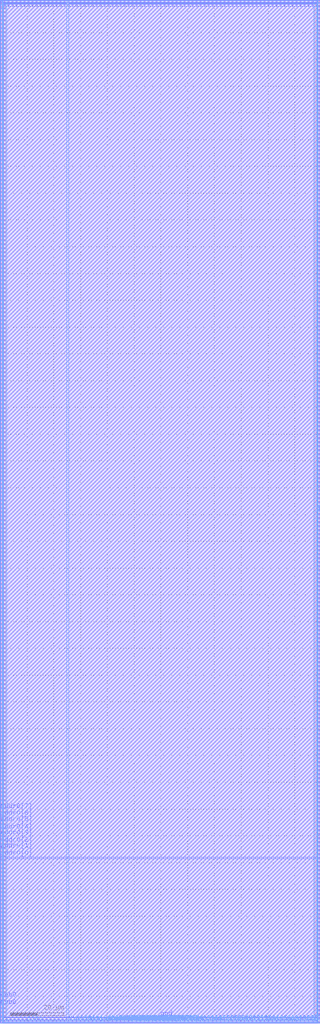
<source format=lef>
VERSION 5.4 ;
NAMESCASESENSITIVE ON ;
BUSBITCHARS "[]" ;
DIVIDERCHAR "/" ;
UNITS
  DATABASE MICRONS 2000 ;
END UNITS
MACRO sram_32b_256_1rw_freepdk45
   CLASS BLOCK ;
   SIZE 119.51 BY 381.98 ;
   SYMMETRY X Y R90 ;
   PIN din0[0]
      DIRECTION INPUT ;
      PORT
         LAYER metal4 ;
         RECT  25.1225 0.0 25.2625 0.14 ;
      END
   END din0[0]
   PIN din0[1]
      DIRECTION INPUT ;
      PORT
         LAYER metal4 ;
         RECT  27.9825 0.0 28.1225 0.14 ;
      END
   END din0[1]
   PIN din0[2]
      DIRECTION INPUT ;
      PORT
         LAYER metal4 ;
         RECT  30.8425 0.0 30.9825 0.14 ;
      END
   END din0[2]
   PIN din0[3]
      DIRECTION INPUT ;
      PORT
         LAYER metal4 ;
         RECT  33.7025 0.0 33.8425 0.14 ;
      END
   END din0[3]
   PIN din0[4]
      DIRECTION INPUT ;
      PORT
         LAYER metal4 ;
         RECT  36.5625 0.0 36.7025 0.14 ;
      END
   END din0[4]
   PIN din0[5]
      DIRECTION INPUT ;
      PORT
         LAYER metal4 ;
         RECT  39.4225 0.0 39.5625 0.14 ;
      END
   END din0[5]
   PIN din0[6]
      DIRECTION INPUT ;
      PORT
         LAYER metal4 ;
         RECT  42.2825 0.0 42.4225 0.14 ;
      END
   END din0[6]
   PIN din0[7]
      DIRECTION INPUT ;
      PORT
         LAYER metal4 ;
         RECT  45.1425 0.0 45.2825 0.14 ;
      END
   END din0[7]
   PIN din0[8]
      DIRECTION INPUT ;
      PORT
         LAYER metal4 ;
         RECT  48.0025 0.0 48.1425 0.14 ;
      END
   END din0[8]
   PIN din0[9]
      DIRECTION INPUT ;
      PORT
         LAYER metal4 ;
         RECT  50.8625 0.0 51.0025 0.14 ;
      END
   END din0[9]
   PIN din0[10]
      DIRECTION INPUT ;
      PORT
         LAYER metal4 ;
         RECT  53.7225 0.0 53.8625 0.14 ;
      END
   END din0[10]
   PIN din0[11]
      DIRECTION INPUT ;
      PORT
         LAYER metal4 ;
         RECT  56.5825 0.0 56.7225 0.14 ;
      END
   END din0[11]
   PIN din0[12]
      DIRECTION INPUT ;
      PORT
         LAYER metal4 ;
         RECT  59.4425 0.0 59.5825 0.14 ;
      END
   END din0[12]
   PIN din0[13]
      DIRECTION INPUT ;
      PORT
         LAYER metal4 ;
         RECT  62.3025 0.0 62.4425 0.14 ;
      END
   END din0[13]
   PIN din0[14]
      DIRECTION INPUT ;
      PORT
         LAYER metal4 ;
         RECT  65.1625 0.0 65.3025 0.14 ;
      END
   END din0[14]
   PIN din0[15]
      DIRECTION INPUT ;
      PORT
         LAYER metal4 ;
         RECT  68.0225 0.0 68.1625 0.14 ;
      END
   END din0[15]
   PIN din0[16]
      DIRECTION INPUT ;
      PORT
         LAYER metal4 ;
         RECT  70.8825 0.0 71.0225 0.14 ;
      END
   END din0[16]
   PIN din0[17]
      DIRECTION INPUT ;
      PORT
         LAYER metal4 ;
         RECT  73.7425 0.0 73.8825 0.14 ;
      END
   END din0[17]
   PIN din0[18]
      DIRECTION INPUT ;
      PORT
         LAYER metal4 ;
         RECT  76.6025 0.0 76.7425 0.14 ;
      END
   END din0[18]
   PIN din0[19]
      DIRECTION INPUT ;
      PORT
         LAYER metal4 ;
         RECT  79.4625 0.0 79.6025 0.14 ;
      END
   END din0[19]
   PIN din0[20]
      DIRECTION INPUT ;
      PORT
         LAYER metal4 ;
         RECT  82.3225 0.0 82.4625 0.14 ;
      END
   END din0[20]
   PIN din0[21]
      DIRECTION INPUT ;
      PORT
         LAYER metal4 ;
         RECT  85.1825 0.0 85.3225 0.14 ;
      END
   END din0[21]
   PIN din0[22]
      DIRECTION INPUT ;
      PORT
         LAYER metal4 ;
         RECT  88.0425 0.0 88.1825 0.14 ;
      END
   END din0[22]
   PIN din0[23]
      DIRECTION INPUT ;
      PORT
         LAYER metal4 ;
         RECT  90.9025 0.0 91.0425 0.14 ;
      END
   END din0[23]
   PIN din0[24]
      DIRECTION INPUT ;
      PORT
         LAYER metal4 ;
         RECT  93.7625 0.0 93.9025 0.14 ;
      END
   END din0[24]
   PIN din0[25]
      DIRECTION INPUT ;
      PORT
         LAYER metal4 ;
         RECT  96.6225 0.0 96.7625 0.14 ;
      END
   END din0[25]
   PIN din0[26]
      DIRECTION INPUT ;
      PORT
         LAYER metal4 ;
         RECT  99.4825 0.0 99.6225 0.14 ;
      END
   END din0[26]
   PIN din0[27]
      DIRECTION INPUT ;
      PORT
         LAYER metal4 ;
         RECT  102.3425 0.0 102.4825 0.14 ;
      END
   END din0[27]
   PIN din0[28]
      DIRECTION INPUT ;
      PORT
         LAYER metal4 ;
         RECT  105.2025 0.0 105.3425 0.14 ;
      END
   END din0[28]
   PIN din0[29]
      DIRECTION INPUT ;
      PORT
         LAYER metal4 ;
         RECT  108.0625 0.0 108.2025 0.14 ;
      END
   END din0[29]
   PIN din0[30]
      DIRECTION INPUT ;
      PORT
         LAYER metal4 ;
         RECT  110.9225 0.0 111.0625 0.14 ;
      END
   END din0[30]
   PIN din0[31]
      DIRECTION INPUT ;
      PORT
         LAYER metal4 ;
         RECT  113.7825 0.0 113.9225 0.14 ;
      END
   END din0[31]
   PIN addr0[0]
      DIRECTION INPUT ;
      PORT
         LAYER metal3 ;
         RECT  0.0 61.625 0.14 61.765 ;
      END
   END addr0[0]
   PIN addr0[1]
      DIRECTION INPUT ;
      PORT
         LAYER metal3 ;
         RECT  0.0 64.355 0.14 64.495 ;
      END
   END addr0[1]
   PIN addr0[2]
      DIRECTION INPUT ;
      PORT
         LAYER metal3 ;
         RECT  0.0 66.565 0.14 66.705 ;
      END
   END addr0[2]
   PIN addr0[3]
      DIRECTION INPUT ;
      PORT
         LAYER metal3 ;
         RECT  0.0 69.295 0.14 69.435 ;
      END
   END addr0[3]
   PIN addr0[4]
      DIRECTION INPUT ;
      PORT
         LAYER metal3 ;
         RECT  0.0 71.505 0.14 71.645 ;
      END
   END addr0[4]
   PIN addr0[5]
      DIRECTION INPUT ;
      PORT
         LAYER metal3 ;
         RECT  0.0 74.235 0.14 74.375 ;
      END
   END addr0[5]
   PIN addr0[6]
      DIRECTION INPUT ;
      PORT
         LAYER metal3 ;
         RECT  0.0 76.445 0.14 76.585 ;
      END
   END addr0[6]
   PIN addr0[7]
      DIRECTION INPUT ;
      PORT
         LAYER metal3 ;
         RECT  0.0 79.175 0.14 79.315 ;
      END
   END addr0[7]
   PIN csb0
      DIRECTION INPUT ;
      PORT
         LAYER metal3 ;
         RECT  0.0 5.985 0.14 6.125 ;
      END
   END csb0
   PIN web0
      DIRECTION INPUT ;
      PORT
         LAYER metal3 ;
         RECT  0.0 8.715 0.14 8.855 ;
      END
   END web0
   PIN clk0
      DIRECTION INPUT ;
      PORT
         LAYER metal4 ;
         RECT  9.84 0.0 9.98 0.14 ;
      END
   END clk0
   PIN dout0[0]
      DIRECTION OUTPUT ;
      PORT
         LAYER metal4 ;
         RECT  39.8475 0.0 39.9875 0.14 ;
      END
   END dout0[0]
   PIN dout0[1]
      DIRECTION OUTPUT ;
      PORT
         LAYER metal4 ;
         RECT  40.5525 0.0 40.6925 0.14 ;
      END
   END dout0[1]
   PIN dout0[2]
      DIRECTION OUTPUT ;
      PORT
         LAYER metal4 ;
         RECT  41.2575 0.0 41.3975 0.14 ;
      END
   END dout0[2]
   PIN dout0[3]
      DIRECTION OUTPUT ;
      PORT
         LAYER metal4 ;
         RECT  42.5675 0.0 42.7075 0.14 ;
      END
   END dout0[3]
   PIN dout0[4]
      DIRECTION OUTPUT ;
      PORT
         LAYER metal4 ;
         RECT  43.24 0.0 43.38 0.14 ;
      END
   END dout0[4]
   PIN dout0[5]
      DIRECTION OUTPUT ;
      PORT
         LAYER metal4 ;
         RECT  43.945 0.0 44.085 0.14 ;
      END
   END dout0[5]
   PIN dout0[6]
      DIRECTION OUTPUT ;
      PORT
         LAYER metal4 ;
         RECT  44.23 0.0 44.37 0.14 ;
      END
   END dout0[6]
   PIN dout0[7]
      DIRECTION OUTPUT ;
      PORT
         LAYER metal4 ;
         RECT  45.4275 0.0 45.5675 0.14 ;
      END
   END dout0[7]
   PIN dout0[8]
      DIRECTION OUTPUT ;
      PORT
         LAYER metal4 ;
         RECT  46.06 0.0 46.2 0.14 ;
      END
   END dout0[8]
   PIN dout0[9]
      DIRECTION OUTPUT ;
      PORT
         LAYER metal4 ;
         RECT  46.765 0.0 46.905 0.14 ;
      END
   END dout0[9]
   PIN dout0[10]
      DIRECTION OUTPUT ;
      PORT
         LAYER metal4 ;
         RECT  47.05 0.0 47.19 0.14 ;
      END
   END dout0[10]
   PIN dout0[11]
      DIRECTION OUTPUT ;
      PORT
         LAYER metal4 ;
         RECT  48.2875 0.0 48.4275 0.14 ;
      END
   END dout0[11]
   PIN dout0[12]
      DIRECTION OUTPUT ;
      PORT
         LAYER metal4 ;
         RECT  48.88 0.0 49.02 0.14 ;
      END
   END dout0[12]
   PIN dout0[13]
      DIRECTION OUTPUT ;
      PORT
         LAYER metal4 ;
         RECT  49.585 0.0 49.725 0.14 ;
      END
   END dout0[13]
   PIN dout0[14]
      DIRECTION OUTPUT ;
      PORT
         LAYER metal4 ;
         RECT  49.87 0.0 50.01 0.14 ;
      END
   END dout0[14]
   PIN dout0[15]
      DIRECTION OUTPUT ;
      PORT
         LAYER metal4 ;
         RECT  51.1475 0.0 51.2875 0.14 ;
      END
   END dout0[15]
   PIN dout0[16]
      DIRECTION OUTPUT ;
      PORT
         LAYER metal4 ;
         RECT  51.7 0.0 51.84 0.14 ;
      END
   END dout0[16]
   PIN dout0[17]
      DIRECTION OUTPUT ;
      PORT
         LAYER metal4 ;
         RECT  52.405 0.0 52.545 0.14 ;
      END
   END dout0[17]
   PIN dout0[18]
      DIRECTION OUTPUT ;
      PORT
         LAYER metal4 ;
         RECT  52.69 0.0 52.83 0.14 ;
      END
   END dout0[18]
   PIN dout0[19]
      DIRECTION OUTPUT ;
      PORT
         LAYER metal4 ;
         RECT  54.0075 0.0 54.1475 0.14 ;
      END
   END dout0[19]
   PIN dout0[20]
      DIRECTION OUTPUT ;
      PORT
         LAYER metal4 ;
         RECT  54.52 0.0 54.66 0.14 ;
      END
   END dout0[20]
   PIN dout0[21]
      DIRECTION OUTPUT ;
      PORT
         LAYER metal4 ;
         RECT  55.225 0.0 55.365 0.14 ;
      END
   END dout0[21]
   PIN dout0[22]
      DIRECTION OUTPUT ;
      PORT
         LAYER metal4 ;
         RECT  55.51 0.0 55.65 0.14 ;
      END
   END dout0[22]
   PIN dout0[23]
      DIRECTION OUTPUT ;
      PORT
         LAYER metal4 ;
         RECT  56.8675 0.0 57.0075 0.14 ;
      END
   END dout0[23]
   PIN dout0[24]
      DIRECTION OUTPUT ;
      PORT
         LAYER metal4 ;
         RECT  57.34 0.0 57.48 0.14 ;
      END
   END dout0[24]
   PIN dout0[25]
      DIRECTION OUTPUT ;
      PORT
         LAYER metal4 ;
         RECT  58.045 0.0 58.185 0.14 ;
      END
   END dout0[25]
   PIN dout0[26]
      DIRECTION OUTPUT ;
      PORT
         LAYER metal4 ;
         RECT  58.33 0.0 58.47 0.14 ;
      END
   END dout0[26]
   PIN dout0[27]
      DIRECTION OUTPUT ;
      PORT
         LAYER metal4 ;
         RECT  59.7275 0.0 59.8675 0.14 ;
      END
   END dout0[27]
   PIN dout0[28]
      DIRECTION OUTPUT ;
      PORT
         LAYER metal4 ;
         RECT  60.16 0.0 60.3 0.14 ;
      END
   END dout0[28]
   PIN dout0[29]
      DIRECTION OUTPUT ;
      PORT
         LAYER metal4 ;
         RECT  60.865 0.0 61.005 0.14 ;
      END
   END dout0[29]
   PIN dout0[30]
      DIRECTION OUTPUT ;
      PORT
         LAYER metal4 ;
         RECT  61.15 0.0 61.29 0.14 ;
      END
   END dout0[30]
   PIN dout0[31]
      DIRECTION OUTPUT ;
      PORT
         LAYER metal4 ;
         RECT  62.5875 0.0 62.7275 0.14 ;
      END
   END dout0[31]
   PIN vdd
      DIRECTION INOUT ;
      USE POWER ; 
      SHAPE ABUTMENT ; 
      PORT
         LAYER metal4 ;
         RECT  0.0 0.0 0.7 381.98 ;
         LAYER metal3 ;
         RECT  0.0 0.0 119.51 0.7 ;
         LAYER metal3 ;
         RECT  0.0 381.28 119.51 381.98 ;
         LAYER metal4 ;
         RECT  118.81 0.0 119.51 381.98 ;
      END
   END vdd
   PIN gnd
      DIRECTION INOUT ;
      USE GROUND ; 
      SHAPE ABUTMENT ; 
      PORT
         LAYER metal3 ;
         RECT  1.4 379.88 118.11 380.58 ;
         LAYER metal4 ;
         RECT  1.4 1.4 2.1 380.58 ;
         LAYER metal3 ;
         RECT  1.4 1.4 118.11 2.1 ;
         LAYER metal4 ;
         RECT  117.41 1.4 118.11 380.58 ;
      END
   END gnd
   OBS
   LAYER  metal1 ;
      RECT  0.14 0.14 119.37 381.84 ;
   LAYER  metal2 ;
      RECT  0.14 0.14 119.37 381.84 ;
   LAYER  metal3 ;
      RECT  0.28 61.485 119.37 61.905 ;
      RECT  0.14 61.905 0.28 64.215 ;
      RECT  0.14 64.635 0.28 66.425 ;
      RECT  0.14 66.845 0.28 69.155 ;
      RECT  0.14 69.575 0.28 71.365 ;
      RECT  0.14 71.785 0.28 74.095 ;
      RECT  0.14 74.515 0.28 76.305 ;
      RECT  0.14 76.725 0.28 79.035 ;
      RECT  0.14 6.265 0.28 8.575 ;
      RECT  0.14 8.995 0.28 61.485 ;
      RECT  0.14 0.84 0.28 5.845 ;
      RECT  0.14 79.455 0.28 381.14 ;
      RECT  0.28 61.905 1.26 379.74 ;
      RECT  0.28 379.74 1.26 380.72 ;
      RECT  0.28 380.72 1.26 381.14 ;
      RECT  1.26 61.905 118.25 379.74 ;
      RECT  1.26 380.72 118.25 381.14 ;
      RECT  118.25 61.905 119.37 379.74 ;
      RECT  118.25 379.74 119.37 380.72 ;
      RECT  118.25 380.72 119.37 381.14 ;
      RECT  0.28 0.84 1.26 1.26 ;
      RECT  0.28 1.26 1.26 2.24 ;
      RECT  0.28 2.24 1.26 61.485 ;
      RECT  1.26 0.84 118.25 1.26 ;
      RECT  1.26 2.24 118.25 61.485 ;
      RECT  118.25 0.84 119.37 1.26 ;
      RECT  118.25 1.26 119.37 2.24 ;
      RECT  118.25 2.24 119.37 61.485 ;
   LAYER  metal4 ;
      RECT  24.8425 0.42 25.5425 381.84 ;
      RECT  25.5425 0.14 27.7025 0.42 ;
      RECT  28.4025 0.14 30.5625 0.42 ;
      RECT  31.2625 0.14 33.4225 0.42 ;
      RECT  34.1225 0.14 36.2825 0.42 ;
      RECT  36.9825 0.14 39.1425 0.42 ;
      RECT  65.5825 0.14 67.7425 0.42 ;
      RECT  68.4425 0.14 70.6025 0.42 ;
      RECT  71.3025 0.14 73.4625 0.42 ;
      RECT  74.1625 0.14 76.3225 0.42 ;
      RECT  77.0225 0.14 79.1825 0.42 ;
      RECT  79.8825 0.14 82.0425 0.42 ;
      RECT  82.7425 0.14 84.9025 0.42 ;
      RECT  85.6025 0.14 87.7625 0.42 ;
      RECT  88.4625 0.14 90.6225 0.42 ;
      RECT  91.3225 0.14 93.4825 0.42 ;
      RECT  94.1825 0.14 96.3425 0.42 ;
      RECT  97.0425 0.14 99.2025 0.42 ;
      RECT  99.9025 0.14 102.0625 0.42 ;
      RECT  102.7625 0.14 104.9225 0.42 ;
      RECT  105.6225 0.14 107.7825 0.42 ;
      RECT  108.4825 0.14 110.6425 0.42 ;
      RECT  111.3425 0.14 113.5025 0.42 ;
      RECT  10.26 0.14 24.8425 0.42 ;
      RECT  40.2675 0.14 40.2725 0.42 ;
      RECT  40.9725 0.14 40.9775 0.42 ;
      RECT  41.6775 0.14 42.0025 0.42 ;
      RECT  43.66 0.14 43.665 0.42 ;
      RECT  44.65 0.14 44.8625 0.42 ;
      RECT  46.48 0.14 46.485 0.42 ;
      RECT  47.47 0.14 47.7225 0.42 ;
      RECT  49.3 0.14 49.305 0.42 ;
      RECT  50.29 0.14 50.5825 0.42 ;
      RECT  52.12 0.14 52.125 0.42 ;
      RECT  53.11 0.14 53.4425 0.42 ;
      RECT  54.94 0.14 54.945 0.42 ;
      RECT  55.93 0.14 56.3025 0.42 ;
      RECT  57.76 0.14 57.765 0.42 ;
      RECT  58.75 0.14 59.1625 0.42 ;
      RECT  60.58 0.14 60.585 0.42 ;
      RECT  61.57 0.14 62.0225 0.42 ;
      RECT  63.0075 0.14 64.8825 0.42 ;
      RECT  0.98 0.14 9.56 0.42 ;
      RECT  114.2025 0.14 118.53 0.42 ;
      RECT  0.98 0.42 1.12 1.12 ;
      RECT  0.98 1.12 1.12 380.86 ;
      RECT  0.98 380.86 1.12 381.84 ;
      RECT  1.12 0.42 2.38 1.12 ;
      RECT  1.12 380.86 2.38 381.84 ;
      RECT  2.38 0.42 24.8425 1.12 ;
      RECT  2.38 1.12 24.8425 380.86 ;
      RECT  2.38 380.86 24.8425 381.84 ;
      RECT  25.5425 0.42 117.13 1.12 ;
      RECT  25.5425 1.12 117.13 380.86 ;
      RECT  25.5425 380.86 117.13 381.84 ;
      RECT  117.13 0.42 118.39 1.12 ;
      RECT  117.13 380.86 118.39 381.84 ;
      RECT  118.39 0.42 118.53 1.12 ;
      RECT  118.39 1.12 118.53 380.86 ;
      RECT  118.39 380.86 118.53 381.84 ;
   END
END    sram_32b_256_1rw_freepdk45
END    LIBRARY

</source>
